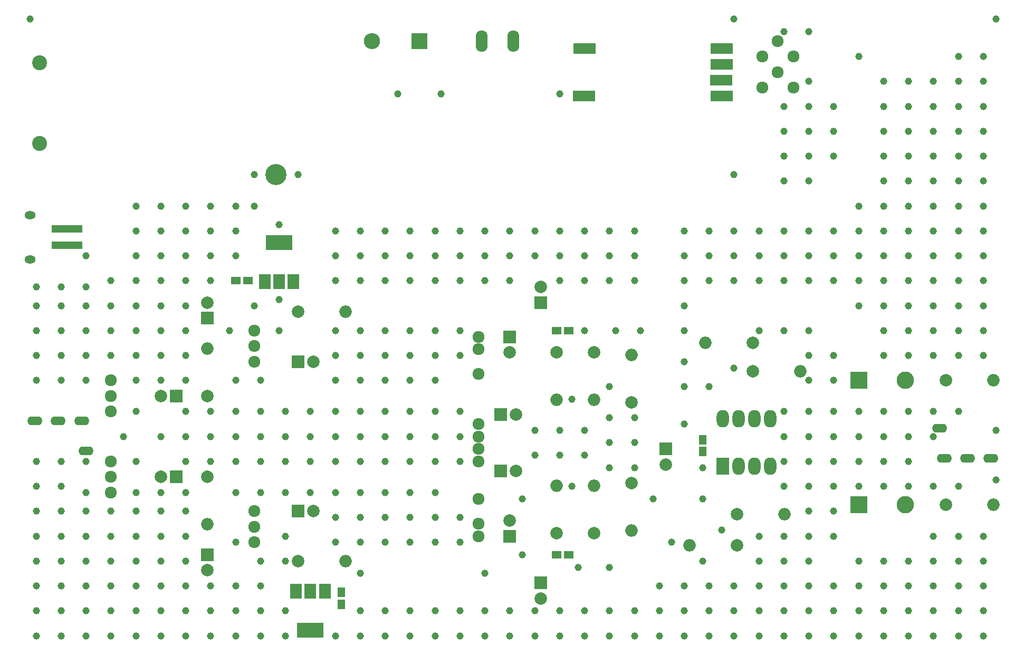
<source format=gbr>
G04 #@! TF.FileFunction,Soldermask,Top*
%FSLAX46Y46*%
G04 Gerber Fmt 4.6, Leading zero omitted, Abs format (unit mm)*
G04 Created by KiCad (PCBNEW 4.0.7) date 05/17/21 03:00:34*
%MOMM*%
%LPD*%
G01*
G04 APERTURE LIST*
%ADD10C,0.100000*%
%ADD11C,1.170000*%
%ADD12R,1.150000X1.600000*%
%ADD13R,1.600000X1.150000*%
%ADD14R,2.000000X2.000000*%
%ADD15C,2.000000*%
%ADD16R,2.800000X2.800000*%
%ADD17C,2.800000*%
%ADD18R,2.600000X2.600000*%
%ADD19O,2.600000X2.600000*%
%ADD20C,2.400000*%
%ADD21C,3.400000*%
%ADD22O,1.800000X1.300000*%
%ADD23R,4.900000X1.300000*%
%ADD24O,2.400000X1.400000*%
%ADD25O,2.000000X2.000000*%
%ADD26C,1.924000*%
%ADD27O,1.924000X3.448000*%
%ADD28R,3.600000X1.800000*%
%ADD29R,4.200000X2.400000*%
%ADD30R,1.900000X2.400000*%
%ADD31R,2.000000X2.800000*%
%ADD32O,2.000000X2.800000*%
G04 APERTURE END LIST*
D10*
D11*
X213000000Y-29000000D03*
X207000000Y-35000000D03*
X166000000Y-116000000D03*
X169000000Y-111000000D03*
X137000000Y-106000000D03*
X137000000Y-115000000D03*
X131000000Y-118000000D03*
X111000000Y-118000000D03*
X67000000Y-105000000D03*
X95000000Y-87000000D03*
X91000000Y-87000000D03*
X101000000Y-54000000D03*
X94000000Y-54000000D03*
X67000000Y-67000000D03*
X58000000Y-29000000D03*
X117000000Y-41000000D03*
X124000000Y-41000000D03*
X143000000Y-41000000D03*
X171000000Y-29000000D03*
X171000000Y-54000000D03*
X94000000Y-75000000D03*
X87000000Y-71000000D03*
X87000000Y-63000000D03*
X87000000Y-59000000D03*
X91000000Y-63000000D03*
X91000000Y-59000000D03*
X91000000Y-67000000D03*
X87000000Y-67000000D03*
X79000000Y-67000000D03*
X75000000Y-67000000D03*
X83000000Y-67000000D03*
X83000000Y-59000000D03*
X83000000Y-63000000D03*
X75000000Y-59000000D03*
X79000000Y-59000000D03*
X79000000Y-63000000D03*
X75000000Y-63000000D03*
X75000000Y-75000000D03*
X79000000Y-75000000D03*
X71000000Y-75000000D03*
X59000000Y-75000000D03*
X59000000Y-72000000D03*
X79000000Y-71000000D03*
X67000000Y-72000000D03*
X71000000Y-71000000D03*
X75000000Y-71000000D03*
X67000000Y-75000000D03*
X63000000Y-72000000D03*
X63000000Y-75000000D03*
X83000000Y-75000000D03*
X83000000Y-71000000D03*
X83000000Y-87000000D03*
X83000000Y-79000000D03*
X83000000Y-83000000D03*
X63000000Y-83000000D03*
X63000000Y-79000000D03*
X63000000Y-87000000D03*
X67000000Y-83000000D03*
X75000000Y-87000000D03*
X67000000Y-87000000D03*
X75000000Y-79000000D03*
X71000000Y-79000000D03*
X67000000Y-79000000D03*
X79000000Y-79000000D03*
X79000000Y-87000000D03*
X59000000Y-79000000D03*
X59000000Y-87000000D03*
X59000000Y-83000000D03*
X71000000Y-83000000D03*
X79000000Y-83000000D03*
X75000000Y-83000000D03*
X59000000Y-100000000D03*
X59000000Y-104000000D03*
X67000000Y-100000000D03*
X63000000Y-104000000D03*
X63000000Y-100000000D03*
X75000000Y-105000000D03*
X79000000Y-105000000D03*
X83000000Y-105000000D03*
X83000000Y-108000000D03*
X83000000Y-116000000D03*
X83000000Y-112000000D03*
X63000000Y-108000000D03*
X63000000Y-112000000D03*
X67000000Y-108000000D03*
X67000000Y-112000000D03*
X59000000Y-112000000D03*
X59000000Y-108000000D03*
X71000000Y-108000000D03*
X71000000Y-112000000D03*
X79000000Y-112000000D03*
X79000000Y-108000000D03*
X75000000Y-112000000D03*
X75000000Y-108000000D03*
X91000000Y-113000000D03*
X91000000Y-105000000D03*
X99000000Y-105000000D03*
X103000000Y-105000000D03*
X95000000Y-105000000D03*
X99000000Y-116000000D03*
X99000000Y-112000000D03*
X95000000Y-116000000D03*
X95000000Y-120000000D03*
X91000000Y-120000000D03*
X87000000Y-120000000D03*
X83000000Y-120000000D03*
X75000000Y-116000000D03*
X75000000Y-120000000D03*
X79000000Y-116000000D03*
X79000000Y-120000000D03*
X71000000Y-120000000D03*
X71000000Y-116000000D03*
X59000000Y-116000000D03*
X59000000Y-120000000D03*
X67000000Y-120000000D03*
X67000000Y-116000000D03*
X63000000Y-120000000D03*
X63000000Y-116000000D03*
X63000000Y-124000000D03*
X63000000Y-128000000D03*
X67000000Y-124000000D03*
X67000000Y-128000000D03*
X59000000Y-128000000D03*
X59000000Y-124000000D03*
X87000000Y-124000000D03*
X91000000Y-124000000D03*
X83000000Y-124000000D03*
X71000000Y-124000000D03*
X71000000Y-128000000D03*
X91000000Y-128000000D03*
X79000000Y-128000000D03*
X83000000Y-128000000D03*
X87000000Y-128000000D03*
X79000000Y-124000000D03*
X75000000Y-128000000D03*
X95000000Y-128000000D03*
X95000000Y-124000000D03*
X75000000Y-124000000D03*
X107000000Y-128000000D03*
X99000000Y-128000000D03*
X99000000Y-124000000D03*
X207000000Y-104000000D03*
X207000000Y-92000000D03*
X199000000Y-92000000D03*
X199000000Y-96000000D03*
X203000000Y-96000000D03*
X203000000Y-92000000D03*
X199000000Y-100000000D03*
X203000000Y-104000000D03*
X199000000Y-104000000D03*
X191000000Y-104000000D03*
X195000000Y-104000000D03*
X191000000Y-100000000D03*
X195000000Y-100000000D03*
X195000000Y-92000000D03*
X195000000Y-96000000D03*
X191000000Y-96000000D03*
X191000000Y-92000000D03*
X187000000Y-87000000D03*
X183000000Y-87000000D03*
X179000000Y-92000000D03*
X179000000Y-96000000D03*
X183000000Y-92000000D03*
X183000000Y-96000000D03*
X187000000Y-96000000D03*
X187000000Y-92000000D03*
X187000000Y-100000000D03*
X187000000Y-108000000D03*
X187000000Y-112000000D03*
X187000000Y-104000000D03*
X183000000Y-104000000D03*
X183000000Y-100000000D03*
X179000000Y-104000000D03*
X179000000Y-100000000D03*
X175000000Y-112000000D03*
X175000000Y-116000000D03*
X183000000Y-116000000D03*
X183000000Y-112000000D03*
X179000000Y-116000000D03*
X179000000Y-112000000D03*
X183000000Y-108000000D03*
X158000000Y-106000000D03*
X166000000Y-101000000D03*
X166000000Y-106000000D03*
X161000000Y-113000000D03*
X163000000Y-120000000D03*
X159000000Y-120000000D03*
X187000000Y-120000000D03*
X175000000Y-120000000D03*
X183000000Y-120000000D03*
X179000000Y-120000000D03*
X171000000Y-120000000D03*
X167000000Y-120000000D03*
X213000000Y-95000000D03*
X213000000Y-103000000D03*
X211000000Y-112000000D03*
X207000000Y-112000000D03*
X203000000Y-112000000D03*
X191000000Y-116000000D03*
X195000000Y-116000000D03*
X195000000Y-120000000D03*
X191000000Y-120000000D03*
X199000000Y-120000000D03*
X199000000Y-116000000D03*
X207000000Y-120000000D03*
X203000000Y-120000000D03*
X203000000Y-116000000D03*
X207000000Y-116000000D03*
X207000000Y-124000000D03*
X211000000Y-124000000D03*
X203000000Y-124000000D03*
X211000000Y-128000000D03*
X203000000Y-128000000D03*
X207000000Y-128000000D03*
X211000000Y-120000000D03*
X211000000Y-116000000D03*
X167000000Y-124000000D03*
X167000000Y-128000000D03*
X171000000Y-128000000D03*
X171000000Y-124000000D03*
X179000000Y-124000000D03*
X199000000Y-124000000D03*
X199000000Y-128000000D03*
X179000000Y-128000000D03*
X183000000Y-124000000D03*
X191000000Y-128000000D03*
X187000000Y-128000000D03*
X183000000Y-128000000D03*
X195000000Y-128000000D03*
X175000000Y-128000000D03*
X175000000Y-124000000D03*
X187000000Y-124000000D03*
X195000000Y-124000000D03*
X191000000Y-124000000D03*
X155000000Y-124000000D03*
X159000000Y-124000000D03*
X151000000Y-124000000D03*
X139000000Y-124000000D03*
X139000000Y-128000000D03*
X159000000Y-128000000D03*
X147000000Y-128000000D03*
X151000000Y-128000000D03*
X155000000Y-128000000D03*
X147000000Y-124000000D03*
X143000000Y-128000000D03*
X163000000Y-128000000D03*
X163000000Y-124000000D03*
X143000000Y-124000000D03*
X115000000Y-124000000D03*
X135000000Y-124000000D03*
X135000000Y-128000000D03*
X115000000Y-128000000D03*
X119000000Y-124000000D03*
X127000000Y-128000000D03*
X123000000Y-128000000D03*
X119000000Y-128000000D03*
X131000000Y-128000000D03*
X111000000Y-128000000D03*
X111000000Y-124000000D03*
X123000000Y-124000000D03*
X131000000Y-124000000D03*
X127000000Y-124000000D03*
X146000000Y-117000000D03*
X151000000Y-117000000D03*
X145000000Y-104000000D03*
X151000000Y-88000000D03*
X145000000Y-90000000D03*
X155000000Y-97000000D03*
X151000000Y-97000000D03*
X155000000Y-101000000D03*
X151000000Y-101000000D03*
X151000000Y-93000000D03*
X155000000Y-93000000D03*
X139000000Y-99000000D03*
X143000000Y-99000000D03*
X147000000Y-99000000D03*
X107000000Y-96000000D03*
X111000000Y-96000000D03*
X103000000Y-96000000D03*
X171000000Y-85000000D03*
X183000000Y-83000000D03*
X187000000Y-83000000D03*
X175000000Y-79000000D03*
X179000000Y-79000000D03*
X183000000Y-79000000D03*
X203000000Y-83000000D03*
X199000000Y-83000000D03*
X207000000Y-83000000D03*
X195000000Y-83000000D03*
X211000000Y-83000000D03*
X203000000Y-75000000D03*
X199000000Y-75000000D03*
X207000000Y-75000000D03*
X195000000Y-75000000D03*
X211000000Y-75000000D03*
X191000000Y-75000000D03*
X211000000Y-79000000D03*
X195000000Y-79000000D03*
X207000000Y-79000000D03*
X199000000Y-79000000D03*
X203000000Y-79000000D03*
X191000000Y-59000000D03*
X183000000Y-55000000D03*
X179000000Y-55000000D03*
X183000000Y-39000000D03*
X187000000Y-51000000D03*
X183000000Y-51000000D03*
X179000000Y-51000000D03*
X187000000Y-43000000D03*
X187000000Y-47000000D03*
X183000000Y-47000000D03*
X183000000Y-43000000D03*
X179000000Y-43000000D03*
X179000000Y-47000000D03*
X183000000Y-31000000D03*
X179000000Y-31000000D03*
X191000000Y-35000000D03*
X211000000Y-43000000D03*
X211000000Y-39000000D03*
X211000000Y-47000000D03*
X195000000Y-47000000D03*
X195000000Y-39000000D03*
X195000000Y-43000000D03*
X207000000Y-43000000D03*
X207000000Y-47000000D03*
X207000000Y-39000000D03*
X199000000Y-43000000D03*
X199000000Y-47000000D03*
X199000000Y-39000000D03*
X203000000Y-39000000D03*
X203000000Y-47000000D03*
X203000000Y-43000000D03*
X211000000Y-35000000D03*
X211000000Y-55000000D03*
X211000000Y-51000000D03*
X211000000Y-59000000D03*
X195000000Y-59000000D03*
X195000000Y-51000000D03*
X195000000Y-55000000D03*
X207000000Y-55000000D03*
X207000000Y-59000000D03*
X207000000Y-51000000D03*
X199000000Y-55000000D03*
X199000000Y-59000000D03*
X199000000Y-51000000D03*
X203000000Y-51000000D03*
X203000000Y-59000000D03*
X203000000Y-55000000D03*
X203000000Y-67000000D03*
X203000000Y-71000000D03*
X203000000Y-63000000D03*
X199000000Y-63000000D03*
X199000000Y-71000000D03*
X199000000Y-67000000D03*
X207000000Y-63000000D03*
X207000000Y-71000000D03*
X207000000Y-67000000D03*
X195000000Y-67000000D03*
X195000000Y-63000000D03*
X195000000Y-71000000D03*
X211000000Y-71000000D03*
X211000000Y-63000000D03*
X211000000Y-67000000D03*
X187000000Y-67000000D03*
X187000000Y-71000000D03*
X187000000Y-63000000D03*
X183000000Y-63000000D03*
X183000000Y-71000000D03*
X183000000Y-67000000D03*
X191000000Y-63000000D03*
X191000000Y-71000000D03*
X191000000Y-67000000D03*
X179000000Y-67000000D03*
X179000000Y-63000000D03*
X179000000Y-71000000D03*
X163000000Y-71000000D03*
X163000000Y-63000000D03*
X163000000Y-67000000D03*
X175000000Y-67000000D03*
X175000000Y-71000000D03*
X175000000Y-63000000D03*
X167000000Y-67000000D03*
X167000000Y-71000000D03*
X167000000Y-63000000D03*
X171000000Y-63000000D03*
X171000000Y-71000000D03*
X171000000Y-67000000D03*
X151000000Y-67000000D03*
X151000000Y-71000000D03*
X151000000Y-63000000D03*
X147000000Y-63000000D03*
X147000000Y-71000000D03*
X147000000Y-67000000D03*
X155000000Y-63000000D03*
X155000000Y-71000000D03*
X155000000Y-67000000D03*
X143000000Y-67000000D03*
X143000000Y-63000000D03*
X135000000Y-67000000D03*
X135000000Y-71000000D03*
X135000000Y-63000000D03*
X139000000Y-63000000D03*
X143000000Y-71000000D03*
X139000000Y-67000000D03*
X127000000Y-67000000D03*
X127000000Y-71000000D03*
X127000000Y-63000000D03*
X131000000Y-63000000D03*
X131000000Y-71000000D03*
X131000000Y-67000000D03*
X111000000Y-67000000D03*
X111000000Y-71000000D03*
X111000000Y-63000000D03*
X107000000Y-63000000D03*
X107000000Y-71000000D03*
X107000000Y-67000000D03*
X119000000Y-67000000D03*
X123000000Y-71000000D03*
X119000000Y-71000000D03*
X119000000Y-63000000D03*
X115000000Y-63000000D03*
X115000000Y-71000000D03*
X115000000Y-67000000D03*
X123000000Y-63000000D03*
X123000000Y-67000000D03*
X127000000Y-109000000D03*
X127000000Y-113000000D03*
X123000000Y-83000000D03*
X123000000Y-79000000D03*
X115000000Y-83000000D03*
X115000000Y-87000000D03*
X115000000Y-79000000D03*
X119000000Y-79000000D03*
X127000000Y-79000000D03*
X119000000Y-87000000D03*
X123000000Y-87000000D03*
X127000000Y-83000000D03*
X119000000Y-83000000D03*
X107000000Y-83000000D03*
X107000000Y-87000000D03*
X107000000Y-79000000D03*
X111000000Y-79000000D03*
X111000000Y-87000000D03*
X111000000Y-83000000D03*
X107000000Y-109000000D03*
X107000000Y-105000000D03*
X107000000Y-113000000D03*
X111000000Y-109000000D03*
X115000000Y-109000000D03*
X119000000Y-109000000D03*
X119000000Y-113000000D03*
X115000000Y-113000000D03*
X111000000Y-113000000D03*
X119000000Y-105000000D03*
X115000000Y-105000000D03*
X111000000Y-105000000D03*
X123000000Y-105000000D03*
X123000000Y-113000000D03*
X123000000Y-109000000D03*
X83000000Y-100000000D03*
X83000000Y-92000000D03*
X87000000Y-96000000D03*
X87000000Y-92000000D03*
X87000000Y-100000000D03*
X91000000Y-96000000D03*
X91000000Y-100000000D03*
X91000000Y-92000000D03*
X147000000Y-95000000D03*
X111000000Y-100000000D03*
X111000000Y-92000000D03*
X99000000Y-92000000D03*
X103000000Y-92000000D03*
X107000000Y-92000000D03*
X99000000Y-100000000D03*
X103000000Y-100000000D03*
X107000000Y-100000000D03*
X143000000Y-95000000D03*
X139000000Y-95000000D03*
X99000000Y-96000000D03*
X163000000Y-84000000D03*
X163000000Y-75000000D03*
X163000000Y-79000000D03*
X167000000Y-88000000D03*
X163000000Y-88000000D03*
X163000000Y-94000000D03*
X147000000Y-79000000D03*
X156000000Y-79000000D03*
X152000000Y-79000000D03*
X127000000Y-96000000D03*
X127000000Y-100000000D03*
X127000000Y-92000000D03*
X75000000Y-100000000D03*
X119000000Y-96000000D03*
X123000000Y-96000000D03*
X123000000Y-100000000D03*
X119000000Y-100000000D03*
X123000000Y-92000000D03*
X119000000Y-92000000D03*
X115000000Y-92000000D03*
X95000000Y-100000000D03*
X115000000Y-100000000D03*
X95000000Y-92000000D03*
X75000000Y-92000000D03*
X115000000Y-96000000D03*
X95000000Y-96000000D03*
X83000000Y-96000000D03*
X79000000Y-96000000D03*
X73000000Y-96000000D03*
X98000000Y-74000000D03*
X90000000Y-79000000D03*
X98000000Y-79000000D03*
X98000000Y-62000000D03*
X94000000Y-59000000D03*
D12*
X108000000Y-121050000D03*
X108000000Y-122950000D03*
D13*
X92950000Y-71000000D03*
X91050000Y-71000000D03*
D14*
X81500000Y-89500000D03*
D15*
X79000000Y-89500000D03*
D14*
X81500000Y-102500000D03*
D15*
X79000000Y-102500000D03*
D14*
X101000000Y-84000000D03*
D15*
X103500000Y-84000000D03*
D14*
X101000000Y-108000000D03*
D15*
X103500000Y-108000000D03*
D14*
X86500000Y-77000000D03*
D15*
X86500000Y-74500000D03*
D14*
X86500000Y-115000000D03*
D15*
X86500000Y-117500000D03*
D14*
X140000000Y-119500000D03*
D15*
X140000000Y-122000000D03*
D14*
X135000000Y-112000000D03*
D15*
X135000000Y-109500000D03*
D13*
X142550000Y-115000000D03*
X144450000Y-115000000D03*
X142550000Y-79000000D03*
X144450000Y-79000000D03*
D14*
X135000000Y-80000000D03*
D15*
X135000000Y-82500000D03*
D14*
X140000000Y-74500000D03*
D15*
X140000000Y-72000000D03*
D14*
X133500000Y-101500000D03*
D15*
X136000000Y-101500000D03*
D14*
X133500000Y-92500000D03*
D15*
X136000000Y-92500000D03*
D16*
X191000000Y-107000000D03*
D17*
X198500000Y-107000000D03*
D16*
X191000000Y-87000000D03*
D17*
X198500000Y-87000000D03*
D14*
X160000000Y-98000000D03*
D15*
X160000000Y-100500000D03*
D12*
X166000000Y-96550000D03*
X166000000Y-98450000D03*
D18*
X120500000Y-32500000D03*
D19*
X112880000Y-32500000D03*
D20*
X59500000Y-36000000D03*
X59500000Y-49000000D03*
D21*
X97500000Y-54000000D03*
D22*
X58000000Y-60450000D03*
D23*
X63900000Y-65300000D03*
X63900000Y-62700000D03*
D22*
X58000000Y-67550000D03*
D24*
X58800000Y-93500000D03*
X62500000Y-93500000D03*
X66300000Y-93500000D03*
X67000000Y-98300000D03*
X212200000Y-99500000D03*
X208500000Y-99500000D03*
X204700000Y-99500000D03*
X204000000Y-94700000D03*
D15*
X86500000Y-89500000D03*
D25*
X86500000Y-81880000D03*
D15*
X86500000Y-102500000D03*
D25*
X86500000Y-110120000D03*
D15*
X101000000Y-76000000D03*
D25*
X108620000Y-76000000D03*
D15*
X101000000Y-116000000D03*
D25*
X108620000Y-116000000D03*
D15*
X142500000Y-111500000D03*
D25*
X142500000Y-103880000D03*
D15*
X142500000Y-82500000D03*
D25*
X142500000Y-90120000D03*
D15*
X148500000Y-111500000D03*
D25*
X148500000Y-103880000D03*
D15*
X154500000Y-103500000D03*
D25*
X154500000Y-111120000D03*
D15*
X148500000Y-82500000D03*
D25*
X148500000Y-90120000D03*
D15*
X154500000Y-90500000D03*
D25*
X154500000Y-82880000D03*
D15*
X171500000Y-108500000D03*
D25*
X179120000Y-108500000D03*
D15*
X174000000Y-85500000D03*
D25*
X181620000Y-85500000D03*
D15*
X171500000Y-113500000D03*
D25*
X163880000Y-113500000D03*
D15*
X174000000Y-81000000D03*
D25*
X166380000Y-81000000D03*
D15*
X205000000Y-107000000D03*
D25*
X212620000Y-107000000D03*
D15*
X205000000Y-87000000D03*
D25*
X212620000Y-87000000D03*
D26*
X71000000Y-92000000D03*
X71000000Y-89500000D03*
X71000000Y-87000000D03*
X71000000Y-100000000D03*
X71000000Y-102500000D03*
X71000000Y-105000000D03*
X94000000Y-79000000D03*
X94000000Y-81500000D03*
X94000000Y-84000000D03*
X94000000Y-113000000D03*
X94000000Y-110500000D03*
X94000000Y-108000000D03*
D27*
X135540000Y-32500000D03*
X130460000Y-32500000D03*
D28*
X146990000Y-33690000D03*
X146900000Y-41310000D03*
X169010000Y-33690000D03*
X169010000Y-36230000D03*
X168922000Y-38770000D03*
X169010000Y-41310000D03*
D26*
X178000000Y-32500000D03*
X175500000Y-35000000D03*
X178000000Y-37500000D03*
X175500000Y-40000000D03*
X180500000Y-40000000D03*
X180500000Y-35000000D03*
D29*
X98000000Y-64850000D03*
D30*
X98000000Y-71150000D03*
X100300000Y-71150000D03*
X95700000Y-71150000D03*
D29*
X103000000Y-127150000D03*
D30*
X103000000Y-120850000D03*
X100700000Y-120850000D03*
X105300000Y-120850000D03*
D26*
X130000000Y-96000000D03*
X130000000Y-94000000D03*
X130000000Y-86000000D03*
X130000000Y-82000000D03*
X130000000Y-80000000D03*
X130000000Y-112000000D03*
X130000000Y-110000000D03*
X130000000Y-106000000D03*
X130000000Y-100000000D03*
X130000000Y-98000000D03*
D31*
X169210000Y-100810000D03*
D32*
X176830000Y-93190000D03*
X171750000Y-100810000D03*
X174290000Y-93190000D03*
X174290000Y-100810000D03*
X171750000Y-93190000D03*
X176830000Y-100810000D03*
X169210000Y-93190000D03*
M02*

</source>
